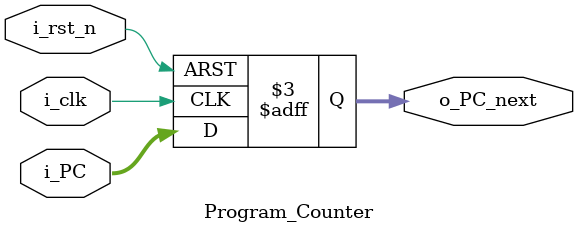
<source format=sv>
`timescale 1ns / 1ps

module Program_Counter #(

    parameter DATA_WIDTH = 64

) (
    
    input   logic                        i_clk  ,
    input   logic                        i_rst_n,
    input   logic   [DATA_WIDTH - 1 : 0] i_PC    ,
    output  logic   [DATA_WIDTH - 1 : 0] o_PC_next
);

always_ff @( posedge i_clk or negedge i_rst_n ) begin 

    if (!i_rst_n) begin

        o_PC_next <= 64'b0;

    end else begin

        o_PC_next <= i_PC;
        
    end
    
end
    
endmodule
</source>
